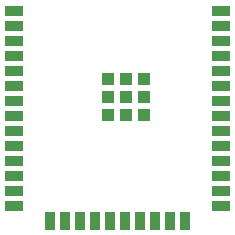
<source format=gbp>
G04 #@! TF.GenerationSoftware,KiCad,Pcbnew,9.0.5*
G04 #@! TF.CreationDate,2025-10-24T16:35:50+02:00*
G04 #@! TF.ProjectId,Mini-EMS-ESP,4d696e69-2d45-44d5-932d-4553502e6b69,rev?*
G04 #@! TF.SameCoordinates,Original*
G04 #@! TF.FileFunction,Paste,Bot*
G04 #@! TF.FilePolarity,Positive*
%FSLAX46Y46*%
G04 Gerber Fmt 4.6, Leading zero omitted, Abs format (unit mm)*
G04 Created by KiCad (PCBNEW 9.0.5) date 2025-10-24 16:35:50*
%MOMM*%
%LPD*%
G01*
G04 APERTURE LIST*
%ADD10R,1.500000X0.900000*%
%ADD11R,0.900000X1.500000*%
%ADD12R,1.050000X1.050000*%
G04 APERTURE END LIST*
D10*
X125704000Y-87249000D03*
X125704000Y-88519000D03*
X125704000Y-89789000D03*
X125704000Y-91059000D03*
X125704000Y-92329000D03*
X125704000Y-93599000D03*
X125704000Y-94869000D03*
X125704000Y-96139000D03*
X125704000Y-97409000D03*
X125704000Y-98679000D03*
X125704000Y-99949000D03*
X125704000Y-101219000D03*
X125704000Y-102489000D03*
X125704000Y-103759000D03*
D11*
X122664000Y-105009000D03*
X121394000Y-105009000D03*
X120124000Y-105009000D03*
X118854000Y-105009000D03*
X117584000Y-105009000D03*
X116314000Y-105009000D03*
X115044000Y-105009000D03*
X113774000Y-105009000D03*
X112504000Y-105009000D03*
X111234000Y-105009000D03*
D10*
X108204000Y-103759000D03*
X108204000Y-102489000D03*
X108204000Y-101219000D03*
X108204000Y-99949000D03*
X108204000Y-98679000D03*
X108204000Y-97409000D03*
X108204000Y-96139000D03*
X108204000Y-94869000D03*
X108204000Y-93599000D03*
X108204000Y-92329000D03*
X108204000Y-91059000D03*
X108204000Y-89789000D03*
X108204000Y-88519000D03*
X108204000Y-87249000D03*
D12*
X119159000Y-96114000D03*
X119159000Y-94589000D03*
X119159000Y-93064000D03*
X117634000Y-96114000D03*
X117634000Y-94589000D03*
X117634000Y-93064000D03*
X116109000Y-96114000D03*
X116109000Y-94589000D03*
X116109000Y-93064000D03*
M02*

</source>
